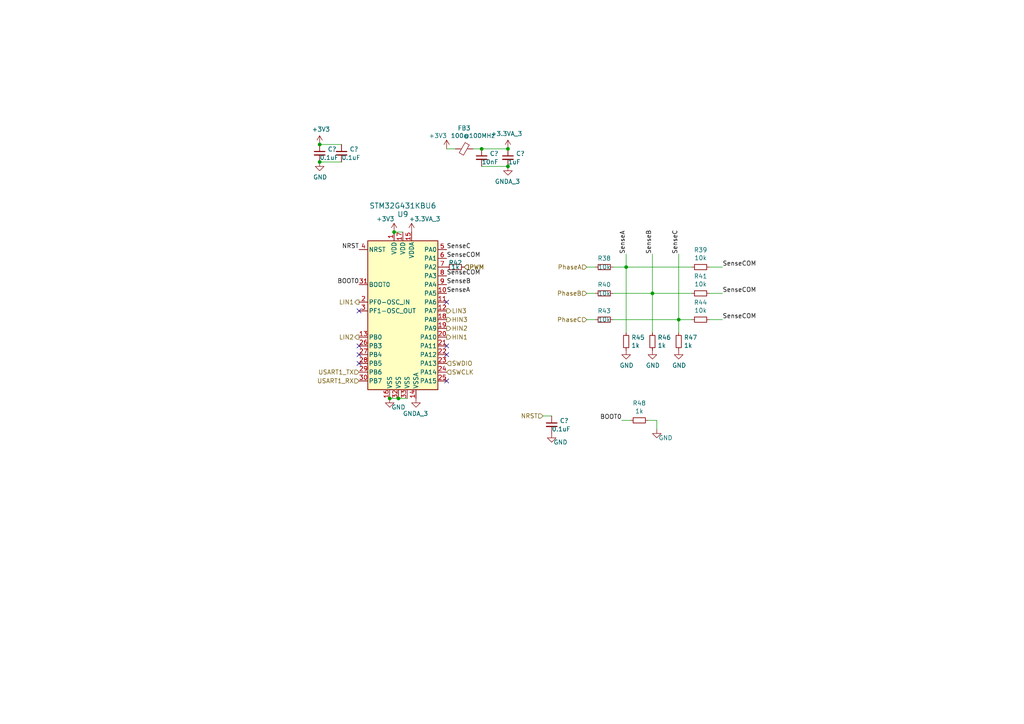
<source format=kicad_sch>
(kicad_sch (version 20250114) (generator "eeschema") (generator_version "9.0")
  (paper "A4")
  (lib_symbols
    (symbol "Device:C_Small" (pin_numbers (hide yes)) (pin_names (offset 0.254) (hide yes))
      (property "Reference" "C" (at 0.254 1.778 0))
      (property "Value" "C_Small" (at 0.254 -2.032 0))
      (symbol "C_Small_0_1"
        (polyline (pts (xy -1.524 0.508) (xy 1.524 0.508)) (stroke (width 0.3048)))
        (polyline (pts (xy -1.524 -0.508) (xy 1.524 -0.508)) (stroke (width 0.3302)))
      )
      (symbol "C_Small_1_1"
        (pin passive line (at 0 2.54 270) (length 2.032) (name "~") (number "1"))
        (pin passive line (at 0 -2.54 90) (length 2.032) (name "~") (number "2"))
      )
    )
    (symbol "Device:Ferrite_Bead_Small" (pin_numbers (hide yes)) (pin_names (offset 0))
      (property "Reference" "FB" (at 1.905 1.27 0))
      (property "Value" "Device_Ferrite_Bead_Small" (at 1.905 -1.27 0))
      (symbol "Ferrite_Bead_Small_0_1"
        (polyline (pts (xy -1.8288 0.2794) (xy -1.1176 1.4986) (xy 1.8288 -0.2032) (xy 1.1176 -1.4224) (xy -1.8288 0.2794)))
        (polyline (pts (xy 0 0.889) (xy 0 1.2954)))
        (polyline (pts (xy 0 -1.27) (xy 0 -0.7874)))
      )
      (symbol "Ferrite_Bead_Small_1_1"
        (pin passive line (at 0 2.54 270) (length 1.27) (name "~") (number "1"))
        (pin passive line (at 0 -2.54 90) (length 1.27) (name "~") (number "2"))
      )
    )
    (symbol "Device:R_Small" (pin_numbers (hide yes)) (pin_names (offset 0.254) (hide yes))
      (property "Reference" "R" (at 0 0 90))
      (property "Value" "R_Small" (at 1.778 0 90))
      (symbol "R_Small_0_1"
        (rectangle (start -0.762 1.778) (end 0.762 -1.778) (stroke (width 0.2032)))
      )
      (symbol "R_Small_1_1"
        (pin passive line (at 0 2.54 270) (length 0.762) (name "~") (number "1"))
        (pin passive line (at 0 -2.54 90) (length 0.762) (name "~") (number "2"))
      )
    )
    (symbol "MCU_ST_STM32G4:STM32G431KBU6" (pin_names (offset 0.254))
      (property "Reference" "U" (at -8.89 22.86 0))
      (property "Value" "MCU_ST_STM32G4_STM32G431KBU6" (at 12.7 22.86 0))
      (symbol "STM32G431KBU6_1_1"
        (rectangle (start -10.16 -21.59) (end 10.16 21.59) (stroke (width 0.254)) (fill (type background)))
        (pin input line (at -12.7 19.05 0) (length 2.54) (name "NRST") (number "4"))
        (pin bidirectional line (at -12.7 8.89 0) (length 2.54) (name "BOOT0") (number "31"))
        (pin bidirectional line (at -12.7 3.81 0) (length 2.54) (name "PF0-OSC_IN") (number "2"))
        (pin bidirectional line (at -12.7 1.27 0) (length 2.54) (name "PF1-OSC_OUT") (number "3"))
        (pin bidirectional line (at -12.7 -6.35 0) (length 2.54) (name "PB0") (number "13"))
        (pin bidirectional line (at -12.7 -8.89 0) (length 2.54) (name "PB3") (number "26"))
        (pin bidirectional line (at -12.7 -11.43 0) (length 2.54) (name "PB4") (number "27"))
        (pin bidirectional line (at -12.7 -13.97 0) (length 2.54) (name "PB5") (number "28"))
        (pin bidirectional line (at -12.7 -16.51 0) (length 2.54) (name "PB6") (number "29"))
        (pin bidirectional line (at -12.7 -19.05 0) (length 2.54) (name "PB7") (number "30"))
        (pin power_in line (at -3.81 -24.13 90) (length 2.54) (name "VSS") (number "16"))
        (pin power_in line (at -2.54 24.13 270) (length 2.54) (name "VDD") (number "1"))
        (pin power_in line (at -1.27 -24.13 90) (length 2.54) (name "VSS") (number "32"))
        (pin power_in line (at 0 24.13 270) (length 2.54) (name "VDD") (number "17"))
        (pin power_in line (at 1.27 -24.13 90) (length 2.54) (name "VSS") (number "33"))
        (pin power_in line (at 2.54 24.13 270) (length 2.54) (name "VDDA") (number "15"))
        (pin power_in line (at 3.81 -24.13 90) (length 2.54) (name "VSSA") (number "14"))
        (pin bidirectional line (at 12.7 19.05 180) (length 2.54) (name "PA0") (number "5"))
        (pin bidirectional line (at 12.7 16.51 180) (length 2.54) (name "PA1") (number "6"))
        (pin bidirectional line (at 12.7 13.97 180) (length 2.54) (name "PA2") (number "7"))
        (pin bidirectional line (at 12.7 11.43 180) (length 2.54) (name "PA3") (number "8"))
        (pin bidirectional line (at 12.7 8.89 180) (length 2.54) (name "PA4") (number "9"))
        (pin bidirectional line (at 12.7 6.35 180) (length 2.54) (name "PA5") (number "10"))
        (pin bidirectional line (at 12.7 3.81 180) (length 2.54) (name "PA6") (number "11"))
        (pin bidirectional line (at 12.7 1.27 180) (length 2.54) (name "PA7") (number "12"))
        (pin bidirectional line (at 12.7 -1.27 180) (length 2.54) (name "PA8") (number "18"))
        (pin bidirectional line (at 12.7 -3.81 180) (length 2.54) (name "PA9") (number "19"))
        (pin bidirectional line (at 12.7 -6.35 180) (length 2.54) (name "PA10") (number "20"))
        (pin bidirectional line (at 12.7 -8.89 180) (length 2.54) (name "PA11") (number "21"))
        (pin bidirectional line (at 12.7 -11.43 180) (length 2.54) (name "PA12") (number "22"))
        (pin bidirectional line (at 12.7 -13.97 180) (length 2.54) (name "PA13") (number "23"))
        (pin bidirectional line (at 12.7 -16.51 180) (length 2.54) (name "PA14") (number "24"))
        (pin bidirectional line (at 12.7 -19.05 180) (length 2.54) (name "PA15") (number "25"))
      )
    )
    (symbol "power:+3V3" (power) (pin_numbers (hide yes)) (pin_names (offset 0) (hide yes))
      (property "Value" "+3V3" (at 0 3.556 0))
      (symbol "+3V3_0_1"
        (polyline (pts (xy -0.762 1.27) (xy 0 2.54)))
        (polyline (pts (xy 0 2.54) (xy 0.762 1.27)))
        (polyline (pts (xy 0 0) (xy 0 2.54)))
      )
      (symbol "+3V3_1_1"
        (pin power_in line (at 0 0 90) (length 0) (name "~") (number "1"))
      )
    )
    (symbol "power:+3V3A_3" (power) (pin_names (offset 1.016))
      (property "Value" "power_+3V3A_3" (at 0 3.81 0))
      (symbol "+3V3A_3_1_1"
        (polyline (pts (xy -0.762 1.27) (xy 0 2.54)))
        (polyline (pts (xy 0 2.54) (xy 0.762 1.27)))
        (polyline (pts (xy 0 0) (xy 0 2.54)))
        (pin power_in line (at 0 0 90) (length 0) (hide yes) (name "+3.3VA_3") (number "1"))
      )
    )
    (symbol "power:GND" (power) (pin_numbers (hide yes)) (pin_names (offset 0) (hide yes))
      (property "Value" "GND" (at 0 -3.81 0))
      (symbol "GND_0_1"
        (polyline (pts (xy 0 0) (xy 0 -1.27) (xy 1.27 -1.27) (xy 0 -2.54) (xy -1.27 -1.27) (xy 0 -1.27)))
      )
      (symbol "GND_1_1"
        (pin power_in line (at 0 0 270) (length 0) (name "~") (number "1"))
      )
    )
    (symbol "power:GNDA_3" (power) (pin_names (offset 1.016))
      (property "Value" "power_GNDA_3" (at 0 -3.81 0))
      (symbol "GNDA_3_1_1"
        (polyline (pts (xy 0 0) (xy 0 -1.27) (xy 1.27 -1.27) (xy 0 -2.54) (xy -1.27 -1.27) (xy 0 -1.27)))
        (pin power_in line (at 0 0 270) (length 0) (hide yes) (name "GNDA_3") (number "1"))
      )
    )
  )
  (junction (at 189.23 85.09))
  (junction (at 115.57 115.57))
  (junction (at 113.03 115.57))
  (junction (at 139.7 43.18))
  (junction (at 147.32 43.18))
  (junction (at 92.71 46.99))
  (junction (at 114.3 67.31))
  (junction (at 181.61 77.47))
  (junction (at 196.85 92.71))
  (junction (at 147.32 48.26))
  (junction (at 92.71 41.91))
  (no_connect (at 104.14 90.17))
  (no_connect (at 129.54 110.49))
  (no_connect (at 129.54 87.63))
  (no_connect (at 129.54 102.87))
  (no_connect (at 104.14 100.33))
  (no_connect (at 104.14 102.87))
  (no_connect (at 129.54 100.33))
  (no_connect (at 104.14 105.41))
  (wire (pts (xy 190.5 124.46) (xy 190.5 121.92)))
  (wire (pts (xy 137.16 43.18) (xy 139.7 43.18)))
  (wire (pts (xy 189.23 73.66) (xy 189.23 85.09)))
  (wire (pts (xy 147.32 48.26) (xy 139.7 48.26)))
  (wire (pts (xy 177.8 92.71) (xy 196.85 92.71)))
  (wire (pts (xy 181.61 77.47) (xy 181.61 96.52)))
  (wire (pts (xy 115.57 115.57) (xy 118.11 115.57)))
  (wire (pts (xy 196.85 96.52) (xy 196.85 92.71)))
  (wire (pts (xy 129.54 43.18) (xy 132.08 43.18)))
  (wire (pts (xy 205.74 85.09) (xy 209.55 85.09)))
  (wire (pts (xy 113.03 115.57) (xy 115.57 115.57)))
  (wire (pts (xy 170.18 77.47) (xy 172.72 77.47)))
  (wire (pts (xy 170.18 85.09) (xy 172.72 85.09)))
  (wire (pts (xy 190.5 121.92) (xy 187.96 121.92)))
  (wire (pts (xy 170.18 92.71) (xy 172.72 92.71)))
  (wire (pts (xy 182.88 121.92) (xy 180.34 121.92)))
  (wire (pts (xy 92.71 46.99) (xy 99.06 46.99)))
  (wire (pts (xy 92.71 41.91) (xy 99.06 41.91)))
  (wire (pts (xy 205.74 77.47) (xy 209.55 77.47)))
  (wire (pts (xy 200.66 92.71) (xy 196.85 92.71)))
  (wire (pts (xy 189.23 85.09) (xy 177.8 85.09)))
  (wire (pts (xy 139.7 43.18) (xy 147.32 43.18)))
  (wire (pts (xy 177.8 77.47) (xy 181.61 77.47)))
  (wire (pts (xy 157.48 120.65) (xy 160.02 120.65)))
  (wire (pts (xy 181.61 73.66) (xy 181.61 77.47)))
  (wire (pts (xy 196.85 92.71) (xy 196.85 73.66)))
  (wire (pts (xy 189.23 85.09) (xy 200.66 85.09)))
  (wire (pts (xy 114.3 67.31) (xy 116.84 67.31)))
  (wire (pts (xy 189.23 85.09) (xy 189.23 96.52)))
  (wire (pts (xy 200.66 77.47) (xy 181.61 77.47)))
  (wire (pts (xy 209.55 92.71) (xy 205.74 92.71)))
  (label "SenseA" (at 129.54 85.09 0))
  (label "SenseC" (at 196.85 73.66 90))
  (label "NRST" (at 104.14 72.39 180))
  (label "SenseB" (at 189.23 73.66 90))
  (label "SenseC" (at 129.54 72.39 0))
  (label "SenseCOM" (at 129.54 80.01 0))
  (label "SenseB" (at 129.54 82.55 0))
  (label "SenseCOM" (at 209.55 85.09 0))
  (label "SenseCOM" (at 129.54 74.93 0))
  (label "SenseCOM" (at 209.55 77.47 0))
  (label "SenseCOM" (at 209.55 92.71 0))
  (label "BOOT0" (at 104.14 82.55 180))
  (label "BOOT0" (at 180.34 121.92 180))
  (label "SenseA" (at 181.61 73.66 90))
  (hierarchical_label "PWM" (shape input) (at 134.62 77.47 0))
  (hierarchical_label "USART1_RX" (shape input) (at 104.14 110.49 180))
  (hierarchical_label "LIN3" (shape output) (at 129.54 90.17 0))
  (hierarchical_label "LIN2" (shape output) (at 104.14 97.79 180))
  (hierarchical_label "PhaseC" (shape input) (at 170.18 92.71 180))
  (hierarchical_label "HIN1" (shape output) (at 129.54 97.79 0))
  (hierarchical_label "HIN2" (shape output) (at 129.54 95.25 0))
  (hierarchical_label "PWM" (shape input) (at 134.62 77.47 0))
  (hierarchical_label "HIN3" (shape output) (at 129.54 92.71 0))
  (hierarchical_label "SWDIO" (shape input) (at 129.54 105.41 0))
  (hierarchical_label "USART1_TX" (shape input) (at 104.14 107.95 180))
  (hierarchical_label "PhaseA" (shape input) (at 170.18 77.47 180))
  (hierarchical_label "PhaseB" (shape input) (at 170.18 85.09 180))
  (hierarchical_label "NRST" (shape input) (at 157.48 120.65 180))
  (hierarchical_label "LIN1" (shape output) (at 104.14 87.63 180))
  (hierarchical_label "SWCLK" (shape input) (at 129.54 107.95 0))
  (symbol (lib_id "power:+3V3") (at 92.71 41.91 0) (unit 1)
    (property "Reference" "#PWR0180" (effects (hide yes)))
    (property "Value" "+3V3" (at 93.091 37.5158 0))
    (instances (project "" (path "" (reference "#PWR?") (unit 1)) (path "" (reference "#PWR0180") (unit 1)) (path "" (reference "#PWR0138") (unit 1))))
  )
  (symbol (lib_id "power:GND") (at 92.71 46.99 0) (unit 1)
    (property "Reference" "#PWR0181" (effects (hide yes)))
    (property "Value" "GND" (at 92.837 51.3842 0))
    (instances (project "" (path "" (reference "#PWR?") (unit 1)) (path "" (reference "#PWR0181") (unit 1)) (path "" (reference "#PWR0139") (unit 1))))
  )
  (symbol (lib_id "Device:C_Small") (at 139.7 45.72 0) (unit 1)
    (property "Reference" "C32" (at 142.0368 44.5516 0) (effects (justify left)))
    (property "Value" "10nF" (at 139.7 46.99 0) (effects (justify left)))
    (property "Footprint" "Capacitor_SMD:C_0402_1005Metric" (effects (hide yes)))
    (instances (project "" (path "" (reference "C?") (unit 1)) (path "" (reference "C32") (unit 1)) (path "" (reference "C9") (unit 1))))
  )
  (symbol (lib_id "Device:R_Small") (at 175.26 85.09 270) (unit 1)
    (property "Reference" "R40" (at 175.26 82.55 90))
    (property "Value" "10k" (at 175.26 85.09 90))
    (property "Footprint" "Resistor_SMD:R_0402_1005Metric" (effects (hide yes)))
    (instances (project "" (path "" (reference "R40") (unit 1)) (path "" (reference "R6") (unit 1))))
  )
  (symbol (lib_id "Device:R_Small") (at 175.26 92.71 270) (unit 1)
    (property "Reference" "R43" (at 175.26 90.17 90))
    (property "Value" "10k" (at 175.26 92.71 90))
    (property "Footprint" "Resistor_SMD:R_0402_1005Metric" (effects (hide yes)))
    (instances (project "" (path "" (reference "R43") (unit 1)) (path "" (reference "R26") (unit 1))))
  )
  (symbol (lib_id "power:+3V3A_3") (at 147.32 43.18 0) (unit 1)
    (property "Reference" "#PWR0162" (effects (hide yes)))
    (property "Value" "+3.3VA_3" (at 146.939 38.7858 0))
    (instances (project "" (path "" (reference "#PWR0162") (unit 1)) (path "" (reference "#PWR0149") (unit 1))))
  )
  (symbol (lib_id "Device:C_Small") (at 99.06 44.45 0) (unit 1)
    (property "Reference" "C35" (at 101.3968 43.2816 0) (effects (justify left)))
    (property "Value" "0.1uF" (at 99.06 45.72 0) (effects (justify left)))
    (property "Footprint" "Capacitor_SMD:C_0402_1005Metric" (effects (hide yes)))
    (instances (project "" (path "" (reference "C?") (unit 1)) (path "" (reference "C35") (unit 1)) (path "" (reference "C26") (unit 1))))
  )
  (symbol (lib_id "power:+3V3") (at 129.54 43.18 0) (unit 1)
    (property "Reference" "#PWR0188" (effects (hide yes)))
    (property "Value" "+3V3" (at 127 39.37 0))
    (instances (project "" (path "" (reference "#PWR0188") (unit 1)) (path "" (reference "#PWR0145") (unit 1))))
  )
  (symbol (lib_id "power:GND") (at 160.02 125.73 0) (unit 1)
    (property "Reference" "#PWR0185" (effects (hide yes)))
    (property "Value" "GND" (at 162.56 128.27 0))
    (instances (project "" (path "" (reference "#PWR0185") (unit 1)) (path "" (reference "#PWR0143") (unit 1))))
  )
  (symbol (lib_id "Device:R_Small") (at 185.42 121.92 90) (unit 1)
    (property "Reference" "R48" (at 185.42 116.9416 90))
    (property "Value" "1k" (at 185.42 119.253 90))
    (property "Footprint" "Resistor_SMD:R_0402_1005Metric" (effects (hide yes)))
    (instances (project "" (path "" (reference "R48") (unit 1)) (path "" (reference "R31") (unit 1))))
  )
  (symbol (lib_id "power:GND") (at 190.5 124.46 0) (unit 1)
    (property "Reference" "#PWR0186" (effects (hide yes)))
    (property "Value" "GND" (at 193.04 127 0))
    (instances (project "" (path "" (reference "#PWR0186") (unit 1)) (path "" (reference "#PWR0144") (unit 1))))
  )
  (symbol (lib_id "Device:R_Small") (at 175.26 77.47 270) (unit 1)
    (property "Reference" "R38" (at 175.26 74.93 90))
    (property "Value" "10k" (at 175.26 77.47 90))
    (property "Footprint" "Resistor_SMD:R_0402_1005Metric" (effects (hide yes)))
    (instances (project "" (path "" (reference "R38") (unit 1)) (path "" (reference "R4") (unit 1))))
  )
  (symbol (lib_id "Device:R_Small") (at 181.61 99.06 180) (unit 1)
    (property "Reference" "R45" (at 183.1086 97.8916 0) (effects (justify right)))
    (property "Value" "1k" (at 183.1086 100.203 0) (effects (justify right)))
    (property "Footprint" "Resistor_SMD:R_0402_1005Metric" (effects (hide yes)))
    (instances (project "" (path "" (reference "R45") (unit 1)) (path "" (reference "R28") (unit 1))))
  )
  (symbol (lib_id "power:GND") (at 181.61 101.6 0) (unit 1)
    (property "Reference" "#PWR0182" (effects (hide yes)))
    (property "Value" "GND" (at 181.737 105.9942 0))
    (instances (project "" (path "" (reference "#PWR?") (unit 1)) (path "" (reference "#PWR0182") (unit 1)) (path "" (reference "#PWR0140") (unit 1))))
  )
  (symbol (lib_id "Device:R_Small") (at 203.2 77.47 90) (unit 1)
    (property "Reference" "R39" (at 203.2 72.4916 90))
    (property "Value" "10k" (at 203.2 74.803 90))
    (property "Footprint" "Resistor_SMD:R_0402_1005Metric" (effects (hide yes)))
    (instances (project "" (path "" (reference "R39") (unit 1)) (path "" (reference "R5") (unit 1))))
  )
  (symbol (lib_id "power:GND") (at 196.85 101.6 0) (unit 1)
    (property "Reference" "#PWR0184" (effects (hide yes)))
    (property "Value" "GND" (at 196.977 105.9942 0))
    (instances (project "" (path "" (reference "#PWR?") (unit 1)) (path "" (reference "#PWR0184") (unit 1)) (path "" (reference "#PWR0142") (unit 1))))
  )
  (symbol (lib_id "Device:C_Small") (at 147.32 45.72 0) (unit 1)
    (property "Reference" "C33" (at 149.6568 44.5516 0) (effects (justify left)))
    (property "Value" "1uF" (at 147.32 46.99 0) (effects (justify left)))
    (property "Footprint" "Capacitor_SMD:C_0402_1005Metric" (effects (hide yes)))
    (instances (project "" (path "" (reference "C?") (unit 1)) (path "" (reference "C33") (unit 1)) (path "" (reference "C10") (unit 1))))
  )
  (symbol (lib_id "Device:Ferrite_Bead_Small") (at 134.62 43.18 270) (unit 1)
    (property "Reference" "FB3" (at 134.62 37.1602 90))
    (property "Value" "100@100MHz" (at 137.16 39.37 90))
    (property "Footprint" "Inductor_SMD:L_0603_1608Metric" (effects (hide yes)))
    (instances (project "" (path "" (reference "FB3") (unit 1)) (path "" (reference "FB2") (unit 1))))
  )
  (symbol (lib_id "Device:C_Small") (at 92.71 44.45 0) (unit 1)
    (property "Reference" "C34" (at 95.0468 43.2816 0) (effects (justify left)))
    (property "Value" "0.1uF" (at 92.71 45.72 0) (effects (justify left)))
    (property "Footprint" "Capacitor_SMD:C_0402_1005Metric" (effects (hide yes)))
    (instances (project "" (path "" (reference "C?") (unit 1)) (path "" (reference "C34") (unit 1)) (path "" (reference "C25") (unit 1))))
  )
  (symbol (lib_id "Device:R_Small") (at 189.23 99.06 180) (unit 1)
    (property "Reference" "R46" (at 190.7286 97.8916 0) (effects (justify right)))
    (property "Value" "1k" (at 190.7286 100.203 0) (effects (justify right)))
    (property "Footprint" "Resistor_SMD:R_0402_1005Metric" (effects (hide yes)))
    (instances (project "" (path "" (reference "R46") (unit 1)) (path "" (reference "R29") (unit 1))))
  )
  (symbol (lib_id "Device:R_Small") (at 196.85 99.06 180) (unit 1)
    (property "Reference" "R47" (at 198.3486 97.8916 0) (effects (justify right)))
    (property "Value" "1k" (at 198.3486 100.203 0) (effects (justify right)))
    (property "Footprint" "Resistor_SMD:R_0402_1005Metric" (effects (hide yes)))
    (instances (project "" (path "" (reference "R47") (unit 1)) (path "" (reference "R30") (unit 1))))
  )
  (symbol (lib_id "Device:R_Small") (at 203.2 85.09 90) (unit 1)
    (property "Reference" "R41" (at 203.2 80.1116 90))
    (property "Value" "10k" (at 203.2 82.423 90))
    (property "Footprint" "Resistor_SMD:R_0402_1005Metric" (effects (hide yes)))
    (instances (project "" (path "" (reference "R41") (unit 1)) (path "" (reference "R22") (unit 1))))
  )
  (symbol (lib_id "Device:R_Small") (at 203.2 92.71 90) (unit 1)
    (property "Reference" "R44" (at 203.2 87.7316 90))
    (property "Value" "10k" (at 203.2 90.043 90))
    (property "Footprint" "Resistor_SMD:R_0402_1005Metric" (effects (hide yes)))
    (instances (project "" (path "" (reference "R44") (unit 1)) (path "" (reference "R27") (unit 1))))
  )
  (symbol (lib_id "power:GND") (at 189.23 101.6 0) (unit 1)
    (property "Reference" "#PWR0183" (effects (hide yes)))
    (property "Value" "GND" (at 189.357 105.9942 0))
    (instances (project "" (path "" (reference "#PWR?") (unit 1)) (path "" (reference "#PWR0183") (unit 1)) (path "" (reference "#PWR0141") (unit 1))))
  )
  (symbol (lib_id "Device:C_Small") (at 160.02 123.19 0) (unit 1)
    (property "Reference" "C36" (at 162.3568 122.0216 0) (effects (justify left)))
    (property "Value" "0.1uF" (at 160.02 124.46 0) (effects (justify left)))
    (property "Footprint" "Capacitor_SMD:C_0402_1005Metric" (effects (hide yes)))
    (instances (project "" (path "" (reference "C?") (unit 1)) (path "" (reference "C36") (unit 1)) (path "" (reference "C27") (unit 1))))
  )
  (symbol (lib_id "power:+3V3") (at 114.3 67.31 0) (unit 1)
    (property "Reference" "#PWR0179" (effects (hide yes)))
    (property "Value" "+3V3" (at 111.76 63.5 0))
    (instances (project "" (path "" (reference "#PWR0179") (unit 1)) (path "" (reference "#PWR?") (unit 1)) (path "" (reference "#PWR?") (unit 1)) (path "" (reference "#PWR?") (unit 1))))
  )
  (symbol (lib_id "power:+3V3A_3") (at 119.38 67.31 0) (unit 1)
    (property "Reference" "#PWR0156" (effects (hide yes)))
    (property "Value" "+3.3VA_3" (at 123.19 63.5 0))
    (instances (project "" (path "" (reference "#PWR0156") (unit 1)) (path "" (reference "#PWR?") (unit 1))))
  )
  (symbol (lib_id "MCU_ST_STM32G4:STM32G431KBU6") (at 116.84 91.44 0) (unit 1)
    (property "Reference" "U9" (at 116.84 62.1538 0) (effects (font (size 1.524 1.524))))
    (property "Value" "STM32G431KBU6" (at 116.84 59.69 0) (effects (font (size 1.524 1.524))))
    (property "Footprint" "Package_DFN_QFN:QFN-32-1EP_5x5mm_P0.5mm_EP3.45x3.45mm_STM32" (effects (hide yes)))
  )
  (symbol (lib_id "power:GND") (at 113.03 115.57 0) (unit 1)
    (property "Reference" "#PWR018" (effects (hide yes)))
    (property "Value" "GND" (at 115.57 118.11 0))
    (instances (project "" (path "" (reference "#PWR018") (unit 1)) (path "" (reference "#PWR?") (unit 1)) (path "" (reference "#PWR?") (unit 1))))
  )
  (symbol (lib_id "Device:R_Small") (at 132.08 77.47 90) (unit 1)
    (property "Reference" "R42" (at 132.08 76.2 90))
    (property "Value" "1k" (at 132.08 77.47 90))
    (property "Footprint" "Resistor_SMD:R_0402_1005Metric" (effects (hide yes)))
    (instances (project "" (path "" (reference "R42") (unit 1)) (path "" (reference "R?") (unit 1)) (path "" (reference "R?") (unit 1))))
  )
  (symbol (lib_id "power:GNDA_3") (at 147.32 48.26 0) (unit 1)
    (property "Reference" "#PWR0164" (effects (hide yes)))
    (property "Value" "GNDA_3" (at 147.193 52.6542 0))
  )
  (symbol (lib_id "power:GNDA_3") (at 120.65 115.57 0) (unit 1)
    (property "Reference" "#PWR0178" (effects (hide yes)))
    (property "Value" "GNDA_3" (at 120.523 119.9642 0))
  )
)
</source>
